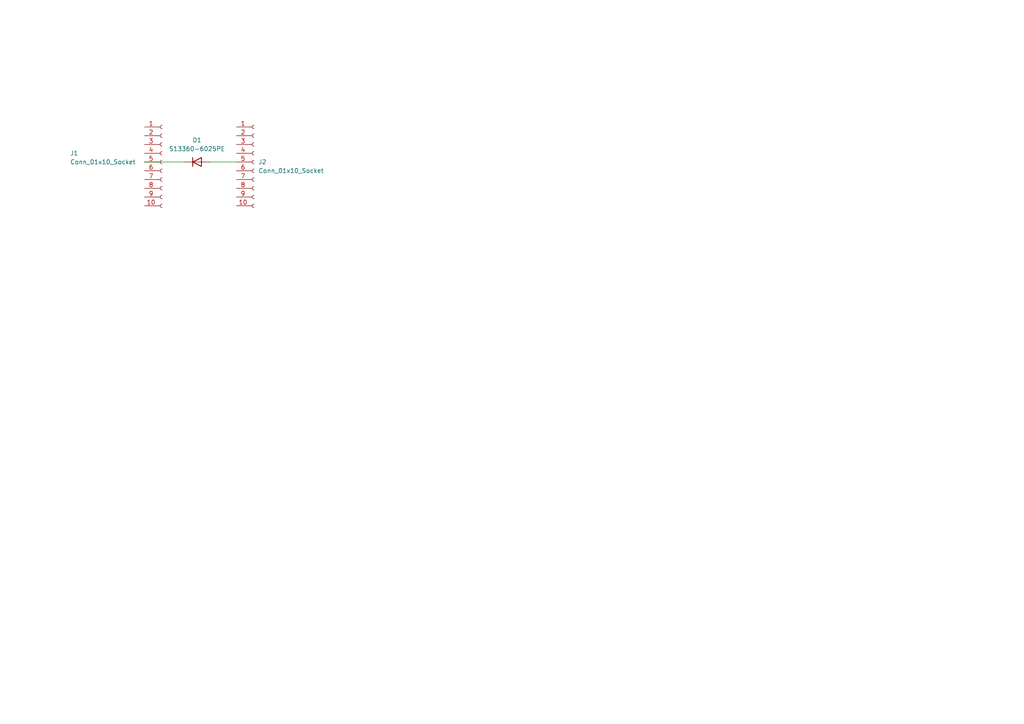
<source format=kicad_sch>
(kicad_sch (version 20230121) (generator eeschema)
  (paper "A4")
  (lib_symbols
    (symbol "Connector:Conn_01x10_Socket" (pin_names (offset 1.016) hide)
      (property "Reference" "J" (at 0 12.7 0))
      (property "Value" "Conn_01x10_Socket" (at 0 -15.24 0))
      (symbol "Conn_01x10_Socket_1_1"
        (arc (start 0 -12.192) (mid -0.5058 -12.7) (end 0 -13.208) (stroke (width 0.1524)))
        (arc (start 0 -9.652) (mid -0.5058 -10.16) (end 0 -10.668) (stroke (width 0.1524)))
        (arc (start 0 -7.112) (mid -0.5058 -7.62) (end 0 -8.128) (stroke (width 0.1524)))
        (arc (start 0 -4.572) (mid -0.5058 -5.08) (end 0 -5.588) (stroke (width 0.1524)))
        (arc (start 0 -2.032) (mid -0.5058 -2.54) (end 0 -3.048) (stroke (width 0.1524)))
        (polyline (pts (xy -1.27 -12.7) (xy -0.508 -12.7)) (stroke (width 0.1524)))
        (polyline (pts (xy -1.27 -10.16) (xy -0.508 -10.16)) (stroke (width 0.1524)))
        (polyline (pts (xy -1.27 -7.62) (xy -0.508 -7.62)) (stroke (width 0.1524)))
        (polyline (pts (xy -1.27 -5.08) (xy -0.508 -5.08)) (stroke (width 0.1524)))
        (polyline (pts (xy -1.27 -2.54) (xy -0.508 -2.54)) (stroke (width 0.1524)))
        (polyline (pts (xy -1.27 0) (xy -0.508 0)) (stroke (width 0.1524)))
        (polyline (pts (xy -1.27 2.54) (xy -0.508 2.54)) (stroke (width 0.1524)))
        (polyline (pts (xy -1.27 5.08) (xy -0.508 5.08)) (stroke (width 0.1524)))
        (polyline (pts (xy -1.27 7.62) (xy -0.508 7.62)) (stroke (width 0.1524)))
        (polyline (pts (xy -1.27 10.16) (xy -0.508 10.16)) (stroke (width 0.1524)))
        (arc (start 0 0.508) (mid -0.5058 0) (end 0 -0.508) (stroke (width 0.1524)))
        (arc (start 0 3.048) (mid -0.5058 2.54) (end 0 2.032) (stroke (width 0.1524)))
        (arc (start 0 5.588) (mid -0.5058 5.08) (end 0 4.572) (stroke (width 0.1524)))
        (arc (start 0 8.128) (mid -0.5058 7.62) (end 0 7.112) (stroke (width 0.1524)))
        (arc (start 0 10.668) (mid -0.5058 10.16) (end 0 9.652) (stroke (width 0.1524)))
        (pin passive line (at -5.08 10.16 0) (length 3.81) (name "Pin_1") (number "1"))
        (pin passive line (at -5.08 -12.7 0) (length 3.81) (name "Pin_10") (number "10"))
        (pin passive line (at -5.08 7.62 0) (length 3.81) (name "Pin_2") (number "2"))
        (pin passive line (at -5.08 5.08 0) (length 3.81) (name "Pin_3") (number "3"))
        (pin passive line (at -5.08 2.54 0) (length 3.81) (name "Pin_4") (number "4"))
        (pin passive line (at -5.08 0 0) (length 3.81) (name "Pin_5") (number "5"))
        (pin passive line (at -5.08 -2.54 0) (length 3.81) (name "Pin_6") (number "6"))
        (pin passive line (at -5.08 -5.08 0) (length 3.81) (name "Pin_7") (number "7"))
        (pin passive line (at -5.08 -7.62 0) (length 3.81) (name "Pin_8") (number "8"))
        (pin passive line (at -5.08 -10.16 0) (length 3.81) (name "Pin_9") (number "9"))
      )
    )
    (symbol "Diode:S13360-6025PE" (pin_numbers hide) (pin_names hide)
      (property "Reference" "D" (at 0 2.54 0))
      (property "Value" "S13360-6025CS" (at 0 -2.54 0))
      (symbol "S13360-6025PE_0_1"
        (polyline (pts (xy -1.27 1.27) (xy -1.27 -1.27)) (stroke (width 0.254)))
        (polyline (pts (xy 1.27 0) (xy -1.27 0)))
        (polyline (pts (xy 1.27 1.27) (xy 1.27 -1.27) (xy -1.27 0) (xy 1.27 1.27)) (stroke (width 0.254)))
      )
      (symbol "S13360-6025PE_1_1"
        (pin passive line (at 3.81 0 180) (length 2.54) (name "A") (number "2"))
        (pin passive line (at -3.81 0 0) (length 2.54) (name "K") (number "3"))
      )
    )
  )
  (wire (pts (xy 41.91 46.99) (xy 53.34 46.99)))
  (wire (pts (xy 60.96 46.99) (xy 68.58 46.99)))
  (symbol (lib_id "Diode:S13360-6025PE") (at 57.15 46.99 0) (unit 1)
    (property "Reference" "D1" (at 57.15 40.64 0))
    (property "Value" "S13360-6025PE" (at 57.15 43.18 0))
    (property "Footprint" "Diode_SMD:S13360-6025PE_surfacemount" (effects hide))
    (property "Datasheet" "http://www.vishay.com/docs/88503/1n4001.pdf" (effects hide))
    (property "Sim.Device" "D" (effects hide))
    (property "Sim.Pins" "3=K 2=A" (effects hide))
  )
  (symbol (lib_id "Connector:Conn_01x10_Socket") (at 73.66 46.99 0) (unit 1)
    (property "Reference" "J2" (at 74.93 46.99 0) (effects (justify left)))
    (property "Value" "Conn_01x10_Socket" (at 74.93 49.53 0) (effects (justify left)))
    (property "Footprint" "Connector_PinHeader_2.54mm:PinHeader_1x10_P2.54mm_Vertical" (effects hide))
  )
  (symbol (lib_id "Connector:Conn_01x10_Socket") (at 46.99 46.99 0) (unit 1)
    (property "Reference" "J1" (at 20.32 44.45 0) (effects (justify left)))
    (property "Value" "Conn_01x10_Socket" (at 20.32 46.99 0) (effects (justify left)))
    (property "Footprint" "Connector_PinHeader_2.54mm:PinHeader_1x10_P2.54mm_Vertical" (effects hide))
  )
)
</source>
